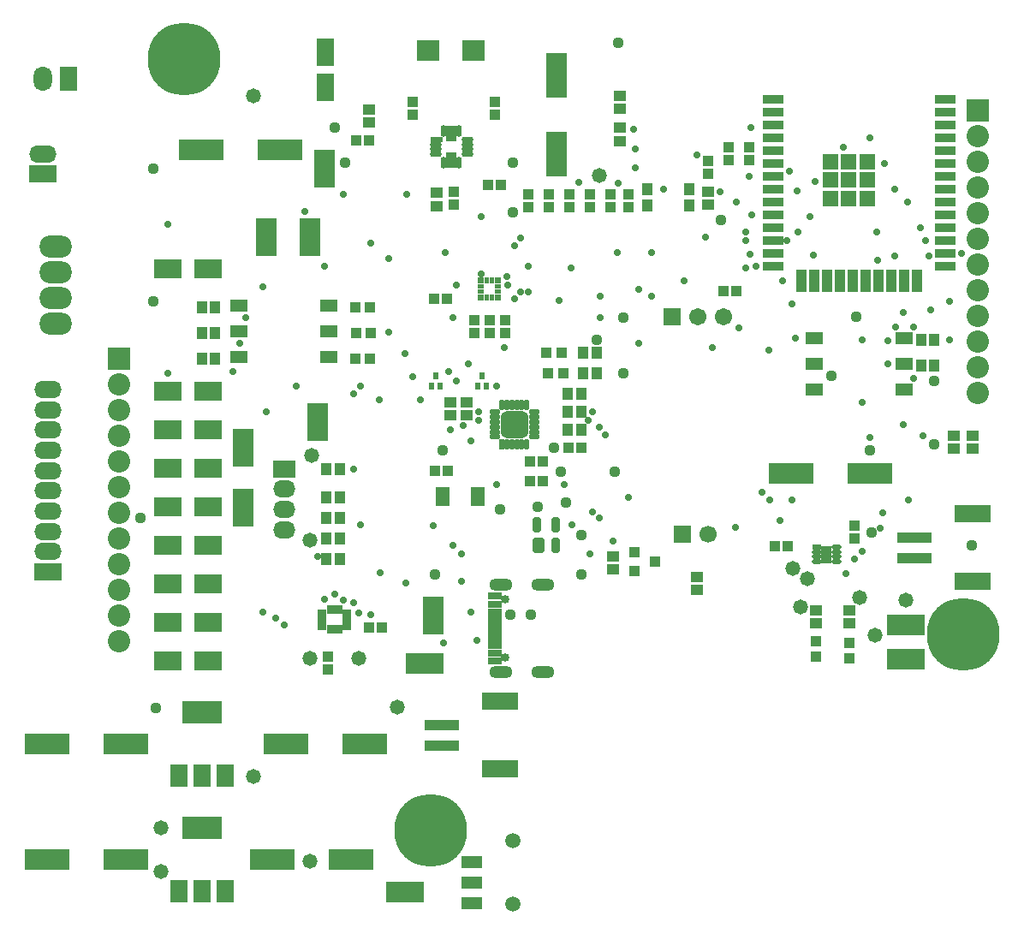
<source format=gts>
G04*
G04 #@! TF.GenerationSoftware,Altium Limited,Altium Designer,22.7.1 (60)*
G04*
G04 Layer_Color=65280*
%FSLAX44Y44*%
%MOMM*%
G71*
G04*
G04 #@! TF.SameCoordinates,D0082332-17C0-48B4-9EBD-708ECFB17097*
G04*
G04*
G04 #@! TF.FilePolarity,Negative*
G04*
G01*
G75*
%ADD24R,2.0066X0.8890*%
%ADD27R,3.5052X0.9906*%
%ADD67R,1.1032X1.8032*%
%ADD68R,1.0532X1.1532*%
%ADD69R,2.7032X1.9032*%
%ADD70R,1.5240X1.5240*%
%ADD71R,1.0922X2.2098*%
%ADD72R,1.8032X2.7032*%
%ADD73R,3.6068X1.7018*%
%ADD74R,3.7032X2.1032*%
%ADD75R,1.0032X1.1032*%
%ADD76R,4.5032X2.0032*%
%ADD77R,1.1532X1.0532*%
%ADD78R,0.4732X0.7232*%
%ADD79R,0.5632X0.7232*%
%ADD80R,1.7032X1.3032*%
%ADD81R,1.3532X0.8032*%
%ADD82R,1.3532X0.5032*%
%ADD83R,1.1032X1.0032*%
%ADD84R,0.9432X0.4832*%
G04:AMPARAMS|DCode=85|XSize=0.9432mm|YSize=0.4832mm|CornerRadius=0.1646mm|HoleSize=0mm|Usage=FLASHONLY|Rotation=0.000|XOffset=0mm|YOffset=0mm|HoleType=Round|Shape=RoundedRectangle|*
%AMROUNDEDRECTD85*
21,1,0.9432,0.1540,0,0,0.0*
21,1,0.6140,0.4832,0,0,0.0*
1,1,0.3292,0.3070,-0.0770*
1,1,0.3292,-0.3070,-0.0770*
1,1,0.3292,-0.3070,0.0770*
1,1,0.3292,0.3070,0.0770*
%
%ADD85ROUNDEDRECTD85*%
%ADD86R,1.4532X1.8532*%
%ADD87R,2.1032X3.7032*%
%ADD88R,0.5032X1.0532*%
G04:AMPARAMS|DCode=89|XSize=1.0532mm|YSize=0.5032mm|CornerRadius=0.1766mm|HoleSize=0mm|Usage=FLASHONLY|Rotation=90.000|XOffset=0mm|YOffset=0mm|HoleType=Round|Shape=RoundedRectangle|*
%AMROUNDEDRECTD89*
21,1,1.0532,0.1500,0,0,90.0*
21,1,0.7000,0.5032,0,0,90.0*
1,1,0.3532,0.0750,0.3500*
1,1,0.3532,0.0750,-0.3500*
1,1,0.3532,-0.0750,-0.3500*
1,1,0.3532,-0.0750,0.3500*
%
%ADD89ROUNDEDRECTD89*%
G04:AMPARAMS|DCode=90|XSize=1.0532mm|YSize=0.5032mm|CornerRadius=0.1766mm|HoleSize=0mm|Usage=FLASHONLY|Rotation=180.000|XOffset=0mm|YOffset=0mm|HoleType=Round|Shape=RoundedRectangle|*
%AMROUNDEDRECTD90*
21,1,1.0532,0.1500,0,0,180.0*
21,1,0.7000,0.5032,0,0,180.0*
1,1,0.3532,-0.3500,0.0750*
1,1,0.3532,0.3500,0.0750*
1,1,0.3532,0.3500,-0.0750*
1,1,0.3532,-0.3500,-0.0750*
%
%ADD90ROUNDEDRECTD90*%
G04:AMPARAMS|DCode=91|XSize=2.7532mm|YSize=2.7532mm|CornerRadius=0.7391mm|HoleSize=0mm|Usage=FLASHONLY|Rotation=180.000|XOffset=0mm|YOffset=0mm|HoleType=Round|Shape=RoundedRectangle|*
%AMROUNDEDRECTD91*
21,1,2.7532,1.2750,0,0,180.0*
21,1,1.2750,2.7532,0,0,180.0*
1,1,1.4782,-0.6375,0.6375*
1,1,1.4782,0.6375,0.6375*
1,1,1.4782,0.6375,-0.6375*
1,1,1.4782,-0.6375,-0.6375*
%
%ADD91ROUNDEDRECTD91*%
%ADD92R,1.0032X1.0032*%
G04:AMPARAMS|DCode=93|XSize=0.7932mm|YSize=1.5032mm|CornerRadius=0.1459mm|HoleSize=0mm|Usage=FLASHONLY|Rotation=0.000|XOffset=0mm|YOffset=0mm|HoleType=Round|Shape=RoundedRectangle|*
%AMROUNDEDRECTD93*
21,1,0.7932,1.2115,0,0,0.0*
21,1,0.5015,1.5032,0,0,0.0*
1,1,0.2917,0.2508,-0.6058*
1,1,0.2917,-0.2508,-0.6058*
1,1,0.2917,-0.2508,0.6058*
1,1,0.2917,0.2508,0.6058*
%
%ADD93ROUNDEDRECTD93*%
G04:AMPARAMS|DCode=94|XSize=1.1932mm|YSize=1.5032mm|CornerRadius=0.1759mm|HoleSize=0mm|Usage=FLASHONLY|Rotation=0.000|XOffset=0mm|YOffset=0mm|HoleType=Round|Shape=RoundedRectangle|*
%AMROUNDEDRECTD94*
21,1,1.1932,1.1515,0,0,0.0*
21,1,0.8415,1.5032,0,0,0.0*
1,1,0.3517,0.4208,-0.5758*
1,1,0.3517,-0.4208,-0.5758*
1,1,0.3517,-0.4208,0.5758*
1,1,0.3517,0.4208,0.5758*
%
%ADD94ROUNDEDRECTD94*%
%ADD95R,0.9032X0.5532*%
%ADD96R,0.5532X0.9032*%
%ADD97R,1.1000X1.2000*%
%ADD98R,1.1032X1.0032*%
%ADD99R,2.1032X1.2032*%
%ADD100R,2.2032X2.0032*%
%ADD101R,2.0032X4.5032*%
G04:AMPARAMS|DCode=102|XSize=1.6032mm|YSize=0.5532mm|CornerRadius=0.1891mm|HoleSize=0mm|Usage=FLASHONLY|Rotation=90.000|XOffset=0mm|YOffset=0mm|HoleType=Round|Shape=RoundedRectangle|*
%AMROUNDEDRECTD102*
21,1,1.6032,0.1750,0,0,90.0*
21,1,1.2250,0.5532,0,0,90.0*
1,1,0.3782,0.0875,0.6125*
1,1,0.3782,0.0875,-0.6125*
1,1,0.3782,-0.0875,-0.6125*
1,1,0.3782,-0.0875,0.6125*
%
%ADD102ROUNDEDRECTD102*%
G04:AMPARAMS|DCode=103|XSize=1.1032mm|YSize=0.5532mm|CornerRadius=0.1891mm|HoleSize=0mm|Usage=FLASHONLY|Rotation=90.000|XOffset=0mm|YOffset=0mm|HoleType=Round|Shape=RoundedRectangle|*
%AMROUNDEDRECTD103*
21,1,1.1032,0.1750,0,0,90.0*
21,1,0.7250,0.5532,0,0,90.0*
1,1,0.3782,0.0875,0.3625*
1,1,0.3782,0.0875,-0.3625*
1,1,0.3782,-0.0875,-0.3625*
1,1,0.3782,-0.0875,0.3625*
%
%ADD103ROUNDEDRECTD103*%
G04:AMPARAMS|DCode=104|XSize=1.1032mm|YSize=0.5532mm|CornerRadius=0.1891mm|HoleSize=0mm|Usage=FLASHONLY|Rotation=180.000|XOffset=0mm|YOffset=0mm|HoleType=Round|Shape=RoundedRectangle|*
%AMROUNDEDRECTD104*
21,1,1.1032,0.1750,0,0,180.0*
21,1,0.7250,0.5532,0,0,180.0*
1,1,0.3782,-0.3625,0.0875*
1,1,0.3782,0.3625,0.0875*
1,1,0.3782,0.3625,-0.0875*
1,1,0.3782,-0.3625,-0.0875*
%
%ADD104ROUNDEDRECTD104*%
%ADD105R,1.3032X0.5532*%
%ADD106R,4.0032X2.2032*%
%ADD107R,1.7032X2.2032*%
%ADD108R,1.0032X1.0032*%
%ADD109C,7.2032*%
%ADD110O,2.3032X1.2532*%
%ADD111C,0.8532*%
%ADD112O,2.2032X1.7032*%
%ADD113R,2.2032X1.7032*%
%ADD114C,1.7000*%
%ADD115R,1.7000X1.7000*%
%ADD116C,1.5032*%
%ADD117C,1.7032*%
%ADD118R,1.7032X1.7032*%
%ADD119O,3.2032X2.2032*%
%ADD120R,2.7032X1.7032*%
%ADD121O,2.7032X1.7032*%
%ADD122R,1.8032X2.4532*%
%ADD123O,1.8032X2.4532*%
%ADD124C,2.2032*%
%ADD125R,2.2032X2.2032*%
%ADD126C,0.7032*%
%ADD127C,1.1176*%
%ADD128C,1.4732*%
G36*
X469218Y616788D02*
X463038D01*
Y621288D01*
X469218D01*
Y616788D01*
D02*
G37*
G36*
X474218Y610108D02*
X469718D01*
Y616288D01*
X474218D01*
Y610108D01*
D02*
G37*
G36*
X469218D02*
X463038D01*
Y616288D01*
X469218D01*
Y610108D01*
D02*
G37*
G36*
Y621788D02*
X463038D01*
Y626288D01*
X469218D01*
Y621788D01*
D02*
G37*
G36*
Y626788D02*
X463038D01*
Y632968D01*
X469218D01*
Y626788D01*
D02*
G37*
G36*
X474218D02*
X469718D01*
Y632968D01*
X474218D01*
Y626788D01*
D02*
G37*
G36*
X479218Y610108D02*
X474718D01*
Y616288D01*
X479218D01*
Y610108D01*
D02*
G37*
G36*
X485898D02*
X479718D01*
Y616288D01*
X485898D01*
Y610108D01*
D02*
G37*
G36*
Y616788D02*
X479718D01*
Y621288D01*
X485898D01*
Y616788D01*
D02*
G37*
G36*
X479218Y626788D02*
X474718D01*
Y632968D01*
X479218D01*
Y626788D01*
D02*
G37*
G36*
X485898D02*
X479718D01*
Y632968D01*
X485898D01*
Y626788D01*
D02*
G37*
G36*
Y621788D02*
X479718D01*
Y626288D01*
X485898D01*
Y621788D01*
D02*
G37*
D24*
X925053Y643766D02*
D03*
Y656466D02*
D03*
Y669166D02*
D03*
Y681866D02*
D03*
Y694566D02*
D03*
Y707266D02*
D03*
Y719966D02*
D03*
Y732666D02*
D03*
Y745366D02*
D03*
Y758066D02*
D03*
Y770766D02*
D03*
Y783466D02*
D03*
Y796166D02*
D03*
Y808866D02*
D03*
X755053Y643766D02*
D03*
Y656466D02*
D03*
Y669166D02*
D03*
Y681866D02*
D03*
Y694566D02*
D03*
Y707266D02*
D03*
Y719966D02*
D03*
Y732666D02*
D03*
Y745366D02*
D03*
Y758066D02*
D03*
Y770766D02*
D03*
Y783466D02*
D03*
Y796166D02*
D03*
Y808866D02*
D03*
D27*
X427647Y190340D02*
D03*
Y170340D02*
D03*
X895007Y375760D02*
D03*
Y355760D02*
D03*
D67*
X807720Y359156D02*
D03*
D68*
X313540Y354330D02*
D03*
X326540D02*
D03*
X326540Y374650D02*
D03*
X313540D02*
D03*
X313540Y394970D02*
D03*
X326540D02*
D03*
X326540Y415290D02*
D03*
X313540D02*
D03*
X326540Y443230D02*
D03*
X313540D02*
D03*
X552300Y518160D02*
D03*
X565300D02*
D03*
X552300Y482600D02*
D03*
X565300D02*
D03*
X901550Y546100D02*
D03*
X914550D02*
D03*
X580540Y558800D02*
D03*
X567540D02*
D03*
X580540Y538480D02*
D03*
X567540D02*
D03*
X552300Y500380D02*
D03*
X565300D02*
D03*
X190350Y577850D02*
D03*
X203350D02*
D03*
X901550Y571500D02*
D03*
X914550D02*
D03*
X190350Y552450D02*
D03*
X203350D02*
D03*
X190350Y603250D02*
D03*
X203350D02*
D03*
D69*
X156530Y292100D02*
D03*
X196530D02*
D03*
Y330200D02*
D03*
X156530D02*
D03*
X196530Y368300D02*
D03*
X156530D02*
D03*
X196530Y406400D02*
D03*
X156530D02*
D03*
Y444500D02*
D03*
X196530D02*
D03*
Y482600D02*
D03*
X156530D02*
D03*
X196530Y520700D02*
D03*
X156530D02*
D03*
X196530Y254000D02*
D03*
X156530D02*
D03*
X196530Y641350D02*
D03*
X156530D02*
D03*
D70*
X848360Y711076D02*
D03*
X830010D02*
D03*
X811660D02*
D03*
X848360Y747776D02*
D03*
X830010D02*
D03*
X811660D02*
D03*
X848360Y729426D02*
D03*
X830010D02*
D03*
X811660D02*
D03*
D71*
X897203Y629354D02*
D03*
X884503D02*
D03*
X871803D02*
D03*
X859103D02*
D03*
X846403D02*
D03*
X833703D02*
D03*
X821003D02*
D03*
X808303D02*
D03*
X795603D02*
D03*
X782903D02*
D03*
D72*
X312420Y820700D02*
D03*
Y855700D02*
D03*
D73*
X485147Y213840D02*
D03*
Y146840D02*
D03*
X952507Y399260D02*
D03*
Y332260D02*
D03*
D74*
X391160Y25400D02*
D03*
X410210Y251460D02*
D03*
X886460Y255270D02*
D03*
Y289560D02*
D03*
D75*
X552550Y464820D02*
D03*
X565050D02*
D03*
X526950Y431800D02*
D03*
X514450D02*
D03*
X420470Y441960D02*
D03*
X432970D02*
D03*
X514550Y450850D02*
D03*
X527050D02*
D03*
X718720Y619760D02*
D03*
X706220D02*
D03*
X355500Y768350D02*
D03*
X343000D02*
D03*
X485926Y724154D02*
D03*
X473426D02*
D03*
X757020Y367030D02*
D03*
X769520D02*
D03*
X368200Y287020D02*
D03*
X355700D02*
D03*
X419958Y612140D02*
D03*
X432458D02*
D03*
D76*
X772530Y439420D02*
D03*
X850530D02*
D03*
X189600Y759460D02*
D03*
X267600D02*
D03*
X37200Y171450D02*
D03*
X115200D02*
D03*
X351050D02*
D03*
X273050D02*
D03*
X337450Y57150D02*
D03*
X259450D02*
D03*
X37200D02*
D03*
X115200D02*
D03*
D77*
X435610Y496420D02*
D03*
Y509420D02*
D03*
X690880Y717700D02*
D03*
Y704700D02*
D03*
X452120Y509420D02*
D03*
Y496420D02*
D03*
X603250Y799800D02*
D03*
Y812800D02*
D03*
Y768050D02*
D03*
Y781050D02*
D03*
X952500Y476400D02*
D03*
Y463400D02*
D03*
X933450Y476400D02*
D03*
Y463400D02*
D03*
X679450Y323700D02*
D03*
Y336700D02*
D03*
X596900Y357020D02*
D03*
Y344020D02*
D03*
X355600Y785980D02*
D03*
Y798980D02*
D03*
X422526Y703684D02*
D03*
Y716684D02*
D03*
X797560Y290680D02*
D03*
Y303680D02*
D03*
X830580Y290680D02*
D03*
Y303680D02*
D03*
D78*
X417640Y525960D02*
D03*
X425640D02*
D03*
X471360D02*
D03*
X463360D02*
D03*
D79*
X421640Y535760D02*
D03*
X467360D02*
D03*
D80*
X795470Y573020D02*
D03*
X884470D02*
D03*
X795470Y547620D02*
D03*
X884470D02*
D03*
X795470Y522220D02*
D03*
X884470D02*
D03*
X226764Y605278D02*
D03*
X315764D02*
D03*
X226764Y579878D02*
D03*
X315764D02*
D03*
X226764Y554478D02*
D03*
X315764D02*
D03*
D81*
X479750Y253750D02*
D03*
Y317750D02*
D03*
Y261750D02*
D03*
Y309750D02*
D03*
D82*
Y288250D02*
D03*
Y283250D02*
D03*
Y293250D02*
D03*
Y298250D02*
D03*
Y303250D02*
D03*
Y278250D02*
D03*
Y273250D02*
D03*
Y268250D02*
D03*
D83*
X480060Y806350D02*
D03*
Y793850D02*
D03*
X711200Y761900D02*
D03*
Y749400D02*
D03*
X731520Y761900D02*
D03*
Y749400D02*
D03*
X690880Y747930D02*
D03*
Y735430D02*
D03*
X612078Y714910D02*
D03*
Y702410D02*
D03*
X573916Y714910D02*
D03*
Y702410D02*
D03*
X594236Y714910D02*
D03*
Y702410D02*
D03*
X553596D02*
D03*
Y714910D02*
D03*
X398396Y794104D02*
D03*
Y806604D02*
D03*
X512956Y702410D02*
D03*
Y714910D02*
D03*
X533276Y702410D02*
D03*
Y714910D02*
D03*
X439420Y717450D02*
D03*
Y704950D02*
D03*
X835660Y387250D02*
D03*
Y374750D02*
D03*
X314960Y245210D02*
D03*
Y257710D02*
D03*
X474468Y577950D02*
D03*
Y590450D02*
D03*
X489708Y577950D02*
D03*
Y590450D02*
D03*
X459228Y577950D02*
D03*
Y590450D02*
D03*
D84*
X797870Y366656D02*
D03*
D85*
Y361656D02*
D03*
Y356656D02*
D03*
Y351656D02*
D03*
X817570D02*
D03*
Y356656D02*
D03*
Y361656D02*
D03*
Y366656D02*
D03*
D86*
X428520Y416560D02*
D03*
X463020D02*
D03*
D87*
X311150Y740410D02*
D03*
X304800Y490220D02*
D03*
X419100Y298450D02*
D03*
X231140Y464820D02*
D03*
X297180Y673100D02*
D03*
X254000D02*
D03*
X231140Y405130D02*
D03*
D88*
X486610Y468180D02*
D03*
D89*
X491610D02*
D03*
X496610D02*
D03*
X501610D02*
D03*
X506610D02*
D03*
X511610D02*
D03*
Y507180D02*
D03*
X506610D02*
D03*
X501610D02*
D03*
X496610D02*
D03*
X491610D02*
D03*
X486610D02*
D03*
D90*
X518610Y475180D02*
D03*
Y480180D02*
D03*
Y485180D02*
D03*
Y490180D02*
D03*
Y495180D02*
D03*
Y500180D02*
D03*
X479610D02*
D03*
Y495180D02*
D03*
Y490180D02*
D03*
Y485180D02*
D03*
Y480180D02*
D03*
Y475180D02*
D03*
D91*
X499110Y487680D02*
D03*
D92*
X546044Y558722D02*
D03*
X531043D02*
D03*
X532730Y538480D02*
D03*
X547730D02*
D03*
X342540Y577850D02*
D03*
X357540D02*
D03*
X341687Y603328D02*
D03*
X356687D02*
D03*
X356750Y552450D02*
D03*
X341750D02*
D03*
D93*
X521240Y388800D02*
D03*
X540440D02*
D03*
Y368300D02*
D03*
D94*
X523240D02*
D03*
D95*
X309210Y302140D02*
D03*
Y297140D02*
D03*
Y292140D02*
D03*
Y287140D02*
D03*
X333410D02*
D03*
Y292140D02*
D03*
Y297140D02*
D03*
Y302140D02*
D03*
D96*
X316310Y285040D02*
D03*
X321310D02*
D03*
X326310D02*
D03*
Y304240D02*
D03*
X321310D02*
D03*
X316310D02*
D03*
D97*
X631007Y720452D02*
D03*
X672008D02*
D03*
X631007Y704452D02*
D03*
X672008D02*
D03*
D98*
X618236Y361442D02*
D03*
Y342442D02*
D03*
X638236Y351942D02*
D03*
D99*
X457100Y54450D02*
D03*
Y34450D02*
D03*
Y14450D02*
D03*
D100*
X413996Y857394D02*
D03*
X458996D02*
D03*
D101*
X541082Y754750D02*
D03*
Y832750D02*
D03*
D102*
X434506Y775464D02*
D03*
X439506D02*
D03*
Y748964D02*
D03*
X434506D02*
D03*
D103*
X429506Y777964D02*
D03*
X444506D02*
D03*
Y746474D02*
D03*
X429506D02*
D03*
D104*
X453256Y754714D02*
D03*
X453006Y759714D02*
D03*
Y764714D02*
D03*
Y769714D02*
D03*
X421266Y754714D02*
D03*
Y759714D02*
D03*
Y764714D02*
D03*
D105*
X422256Y769714D02*
D03*
D106*
X190500Y202950D02*
D03*
Y88650D02*
D03*
D107*
X213500Y139950D02*
D03*
X190500D02*
D03*
X167500D02*
D03*
X213500Y25650D02*
D03*
X190500D02*
D03*
X167500D02*
D03*
D108*
X797560Y258410D02*
D03*
Y273410D02*
D03*
X830658Y256723D02*
D03*
Y271723D02*
D03*
D109*
X172720Y849376D02*
D03*
X942980Y279910D02*
D03*
X416560Y86360D02*
D03*
D110*
X527300Y242550D02*
D03*
Y328950D02*
D03*
X485500Y242550D02*
D03*
Y328950D02*
D03*
D111*
X490500Y314650D02*
D03*
Y256850D02*
D03*
D112*
X271780Y403540D02*
D03*
Y423540D02*
D03*
Y383540D02*
D03*
D113*
Y443540D02*
D03*
D114*
X690880Y379476D02*
D03*
D115*
X665480D02*
D03*
D116*
X497600Y75700D02*
D03*
Y13200D02*
D03*
D117*
X706120Y594360D02*
D03*
X680720D02*
D03*
D118*
X655320D02*
D03*
D119*
X45720Y638556D02*
D03*
Y587756D02*
D03*
Y663956D02*
D03*
Y613156D02*
D03*
D120*
X33020Y735236D02*
D03*
X38100Y341950D02*
D03*
D121*
X33020Y755236D02*
D03*
X38100Y521950D02*
D03*
Y501950D02*
D03*
Y461950D02*
D03*
Y441950D02*
D03*
Y361950D02*
D03*
Y381950D02*
D03*
Y401950D02*
D03*
Y421950D02*
D03*
Y481950D02*
D03*
D122*
X58570Y829116D02*
D03*
D123*
X33170D02*
D03*
D124*
X107950Y527050D02*
D03*
Y501650D02*
D03*
Y476250D02*
D03*
Y450850D02*
D03*
Y425450D02*
D03*
Y400050D02*
D03*
Y374650D02*
D03*
Y349250D02*
D03*
Y323850D02*
D03*
Y298450D02*
D03*
Y273050D02*
D03*
X957580Y773176D02*
D03*
Y747776D02*
D03*
Y722376D02*
D03*
Y696976D02*
D03*
Y671576D02*
D03*
Y646176D02*
D03*
Y620776D02*
D03*
Y595376D02*
D03*
Y569976D02*
D03*
Y544576D02*
D03*
Y519176D02*
D03*
D125*
X107950Y552450D02*
D03*
X957580Y798576D02*
D03*
D126*
X254000Y500380D02*
D03*
X262890Y295910D02*
D03*
X250190Y302260D02*
D03*
X679450Y754380D02*
D03*
X646430Y720090D02*
D03*
X543560Y610616D02*
D03*
X554990Y642620D02*
D03*
X481330Y525780D02*
D03*
X419100Y387350D02*
D03*
X889000Y412750D02*
D03*
X826770Y340360D02*
D03*
X929894Y609600D02*
D03*
X929640Y571500D02*
D03*
X883920Y487680D02*
D03*
X843280Y509270D02*
D03*
Y571500D02*
D03*
X868680Y547370D02*
D03*
Y570230D02*
D03*
X910590Y600710D02*
D03*
X941070Y656590D02*
D03*
X894080Y584200D02*
D03*
X770890Y737870D02*
D03*
X618490Y741680D02*
D03*
X731520Y732790D02*
D03*
X778510Y718820D02*
D03*
X441960Y625856D02*
D03*
X902970Y476250D02*
D03*
X861060Y384810D02*
D03*
X909320Y654050D02*
D03*
X875030D02*
D03*
X488950Y563880D02*
D03*
X702310Y717550D02*
D03*
X666750Y629920D02*
D03*
X737870Y643890D02*
D03*
X304464Y356870D02*
D03*
X392120Y331216D02*
D03*
X366720Y341376D02*
D03*
X694690Y563880D02*
D03*
X718820Y707390D02*
D03*
X356870Y666750D02*
D03*
X365760Y511810D02*
D03*
X406400D02*
D03*
X398780Y534670D02*
D03*
X447040Y332232D02*
D03*
X843280Y361950D02*
D03*
X835660Y354330D02*
D03*
X283210Y525780D02*
D03*
X462280Y274346D02*
D03*
X455930Y302260D02*
D03*
X374650Y579120D02*
D03*
Y651510D02*
D03*
X727710Y642620D02*
D03*
X731886Y656224D02*
D03*
X795020Y655320D02*
D03*
X455930Y471170D02*
D03*
X448310Y486410D02*
D03*
X441960Y530860D02*
D03*
X481330Y427990D02*
D03*
X548640D02*
D03*
X612140Y415290D02*
D03*
X717550Y386080D02*
D03*
X858520Y650240D02*
D03*
X744220Y420370D02*
D03*
X589280Y477520D02*
D03*
X582930Y485140D02*
D03*
X850900Y474980D02*
D03*
X556260Y388620D02*
D03*
X572030Y491490D02*
D03*
X576580Y500380D02*
D03*
X751840Y412750D02*
D03*
X773317D02*
D03*
X762000Y392430D02*
D03*
X582930Y395224D02*
D03*
X463550Y500380D02*
D03*
Y491490D02*
D03*
X346710Y388620D02*
D03*
Y525780D02*
D03*
X321310Y320040D02*
D03*
X391160Y557530D02*
D03*
X574040Y359410D02*
D03*
X447040D02*
D03*
X438150Y368300D02*
D03*
X635000Y614680D02*
D03*
X584200D02*
D03*
X622300Y621284D02*
D03*
X438150Y593090D02*
D03*
X250190Y623570D02*
D03*
X227330Y567690D02*
D03*
X617002Y779780D02*
D03*
X618490Y759986D02*
D03*
X562621Y726647D02*
D03*
X601980Y726440D02*
D03*
X883920Y598170D02*
D03*
X491490Y633730D02*
D03*
X635000Y657860D02*
D03*
X727710Y678180D02*
D03*
Y669290D02*
D03*
X430530Y657860D02*
D03*
X434340Y539750D02*
D03*
X600710Y657860D02*
D03*
X466090Y636270D02*
D03*
Y693420D02*
D03*
X513080Y618490D02*
D03*
X499110Y612140D02*
D03*
X505206Y618744D02*
D03*
X492760Y625094D02*
D03*
X499110Y664210D02*
D03*
X768350Y669290D02*
D03*
X505460Y671830D02*
D03*
X513080Y643890D02*
D03*
X688340Y673100D02*
D03*
X721360Y582930D02*
D03*
X750570Y561340D02*
D03*
X850900Y770890D02*
D03*
X824230Y762000D02*
D03*
X779780Y678180D02*
D03*
X796290Y727928D02*
D03*
X732790Y781050D02*
D03*
X857250Y678180D02*
D03*
X435610Y482600D02*
D03*
X453390Y547370D02*
D03*
X764540Y629920D02*
D03*
X773430Y607060D02*
D03*
X864870Y745490D02*
D03*
X356870Y299720D02*
D03*
X311150Y314960D02*
D03*
X345440Y300990D02*
D03*
X340360Y518160D02*
D03*
Y443230D02*
D03*
Y311150D02*
D03*
X392430Y715010D02*
D03*
X330200D02*
D03*
Y313690D02*
D03*
X311150Y643890D02*
D03*
X429260Y271780D02*
D03*
X576580Y401320D02*
D03*
X271780Y289560D02*
D03*
X863600Y400050D02*
D03*
X876300Y584200D02*
D03*
X875030Y720090D02*
D03*
X233934Y593090D02*
D03*
X220980Y539750D02*
D03*
X292100Y698500D02*
D03*
X584200Y593090D02*
D03*
X734060Y694690D02*
D03*
X622300Y567690D02*
D03*
X791210Y693420D02*
D03*
X156210Y685800D02*
D03*
X156530Y538160D02*
D03*
X894080Y533400D02*
D03*
X900430Y681990D02*
D03*
X887730Y707390D02*
D03*
X905510Y669290D02*
D03*
X777240Y572770D02*
D03*
X596900Y372110D02*
D03*
D127*
X129540Y394970D02*
D03*
X144780Y207010D02*
D03*
X521970Y406400D02*
D03*
X497670Y697230D02*
D03*
X497840Y746760D02*
D03*
X812800Y535940D02*
D03*
X914400Y468018D02*
D03*
X852170Y381000D02*
D03*
X951230Y368300D02*
D03*
X538480Y464820D02*
D03*
X544830Y440690D02*
D03*
X420370Y339598D02*
D03*
X565150D02*
D03*
X850900Y462280D02*
D03*
X836930Y594360D02*
D03*
X598170Y440690D02*
D03*
X565150Y378460D02*
D03*
X321310Y781050D02*
D03*
X601980Y864870D02*
D03*
X331470Y746760D02*
D03*
X142240Y740410D02*
D03*
X427990Y462280D02*
D03*
X703580Y689610D02*
D03*
X549910Y410210D02*
D03*
X607060Y538480D02*
D03*
Y593090D02*
D03*
X142240Y609164D02*
D03*
X914400Y530860D02*
D03*
X580390Y571500D02*
D03*
X485140Y403860D02*
D03*
X515620Y299720D02*
D03*
X495300D02*
D03*
D128*
X855980Y279400D02*
D03*
X840740Y316230D02*
D03*
X298450Y457200D02*
D03*
X788670Y335280D02*
D03*
X782320Y307340D02*
D03*
X886460Y313690D02*
D03*
X774700Y345440D02*
D03*
X582930Y734060D02*
D03*
X297180Y373380D02*
D03*
X149860Y45720D02*
D03*
X345440Y256540D02*
D03*
X241300Y812800D02*
D03*
Y139700D02*
D03*
X383540Y208280D02*
D03*
X297180Y256540D02*
D03*
Y55880D02*
D03*
X149860Y88900D02*
D03*
M02*

</source>
